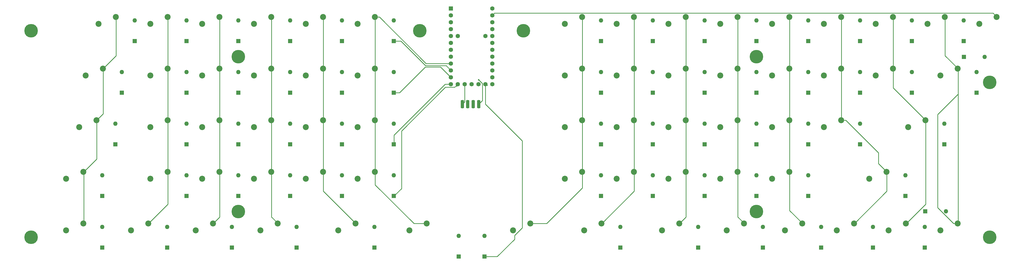
<source format=gbl>
G04 #@! TF.GenerationSoftware,KiCad,Pcbnew,7.0.5*
G04 #@! TF.CreationDate,2023-08-06T16:41:53+02:00*
G04 #@! TF.ProjectId,lumberjack,6c756d62-6572-46a6-9163-6b2e6b696361,1.7*
G04 #@! TF.SameCoordinates,Original*
G04 #@! TF.FileFunction,Copper,L2,Bot*
G04 #@! TF.FilePolarity,Positive*
%FSLAX46Y46*%
G04 Gerber Fmt 4.6, Leading zero omitted, Abs format (unit mm)*
G04 Created by KiCad (PCBNEW 7.0.5) date 2023-08-06 16:41:53*
%MOMM*%
%LPD*%
G01*
G04 APERTURE LIST*
G04 Aperture macros list*
%AMRoundRect*
0 Rectangle with rounded corners*
0 $1 Rounding radius*
0 $2 $3 $4 $5 $6 $7 $8 $9 X,Y pos of 4 corners*
0 Add a 4 corners polygon primitive as box body*
4,1,4,$2,$3,$4,$5,$6,$7,$8,$9,$2,$3,0*
0 Add four circle primitives for the rounded corners*
1,1,$1+$1,$2,$3*
1,1,$1+$1,$4,$5*
1,1,$1+$1,$6,$7*
1,1,$1+$1,$8,$9*
0 Add four rect primitives between the rounded corners*
20,1,$1+$1,$2,$3,$4,$5,0*
20,1,$1+$1,$4,$5,$6,$7,0*
20,1,$1+$1,$6,$7,$8,$9,0*
20,1,$1+$1,$8,$9,$2,$3,0*%
G04 Aperture macros list end*
G04 #@! TA.AperFunction,ComponentPad*
%ADD10C,2.200000*%
G04 #@! TD*
G04 #@! TA.AperFunction,WasherPad*
%ADD11C,5.000000*%
G04 #@! TD*
G04 #@! TA.AperFunction,ComponentPad*
%ADD12R,1.600000X1.600000*%
G04 #@! TD*
G04 #@! TA.AperFunction,ComponentPad*
%ADD13O,1.600000X1.600000*%
G04 #@! TD*
G04 #@! TA.AperFunction,ComponentPad*
%ADD14C,1.600000*%
G04 #@! TD*
G04 #@! TA.AperFunction,SMDPad,CuDef*
%ADD15RoundRect,0.312500X-0.312500X-1.187500X0.312500X-1.187500X0.312500X1.187500X-0.312500X1.187500X0*%
G04 #@! TD*
G04 #@! TA.AperFunction,ViaPad*
%ADD16C,0.600000*%
G04 #@! TD*
G04 #@! TA.AperFunction,Conductor*
%ADD17C,0.250000*%
G04 #@! TD*
G04 APERTURE END LIST*
D10*
X269240000Y-90170000D03*
X262890000Y-92710000D03*
X331152500Y-52070000D03*
X324802500Y-54610000D03*
X193040000Y-52070000D03*
X186690000Y-54610000D03*
X81121250Y-109220000D03*
X74771250Y-111760000D03*
X116840000Y-71120000D03*
X110490000Y-73660000D03*
X250190000Y-71120000D03*
X243840000Y-73660000D03*
X193040000Y-90170000D03*
X186690000Y-92710000D03*
X319246250Y-71120000D03*
X312896250Y-73660000D03*
X59690000Y-33020000D03*
X53340000Y-35560000D03*
X331152500Y-109220000D03*
X324802500Y-111760000D03*
D11*
X133350000Y-38100000D03*
D10*
X250190000Y-33020000D03*
X243840000Y-35560000D03*
X228758750Y-109220000D03*
X222408750Y-111760000D03*
D12*
X157162500Y-121410000D03*
D13*
X157162500Y-113790000D03*
D10*
X269240000Y-52070000D03*
X262890000Y-54610000D03*
D14*
X152400000Y-57805000D03*
D12*
X144780000Y-29865000D03*
D14*
X144780000Y-32405000D03*
X144780000Y-34945000D03*
X144780000Y-37485000D03*
X144780000Y-40025000D03*
X144780000Y-42565000D03*
X144780000Y-45105000D03*
X144780000Y-47645000D03*
X144780000Y-50185000D03*
X144780000Y-52725000D03*
X144780000Y-55265000D03*
X144780000Y-57805000D03*
X147320000Y-57805000D03*
X149860000Y-57805000D03*
X154940000Y-57805000D03*
X157480000Y-57805000D03*
X160020000Y-57805000D03*
X160020000Y-55265000D03*
X160020000Y-52725000D03*
X160020000Y-50185000D03*
X160020000Y-47645000D03*
X160020000Y-45105000D03*
X160020000Y-42565000D03*
X160020000Y-40025000D03*
X160020000Y-37485000D03*
X160020000Y-34945000D03*
X160020000Y-32405000D03*
X160020000Y-29865000D03*
X147320000Y-40025000D03*
X157480000Y-40025000D03*
D10*
X307340000Y-33020000D03*
X300990000Y-35560000D03*
D11*
X66675000Y-104775000D03*
D10*
X57308750Y-109220000D03*
X50958750Y-111760000D03*
X116840000Y-90170000D03*
X110490000Y-92710000D03*
X59690000Y-90170000D03*
X53340000Y-92710000D03*
D11*
X257175000Y-104775000D03*
D10*
X212090000Y-52070000D03*
X205740000Y-54610000D03*
D11*
X342900000Y-114300000D03*
D10*
X304958750Y-90170000D03*
X298608750Y-92710000D03*
X78740000Y-90170000D03*
X72390000Y-92710000D03*
X78740000Y-52070000D03*
X72390000Y-54610000D03*
X212090000Y-90170000D03*
X205740000Y-92710000D03*
X307340000Y-52070000D03*
X300990000Y-54610000D03*
X231140000Y-33020000D03*
X224790000Y-35560000D03*
X269240000Y-33020000D03*
X262890000Y-35560000D03*
X78740000Y-71120000D03*
X72390000Y-73660000D03*
X288290000Y-33020000D03*
X281940000Y-35560000D03*
D11*
X171450000Y-38100000D03*
D10*
X59690000Y-71120000D03*
X53340000Y-73660000D03*
X9683750Y-90170000D03*
X3333750Y-92710000D03*
X173990000Y-109220000D03*
X167640000Y-111760000D03*
X97790000Y-90170000D03*
X91440000Y-92710000D03*
X193040000Y-71120000D03*
X186690000Y-73660000D03*
X116840000Y-33020000D03*
X110490000Y-35560000D03*
X326390000Y-33020000D03*
X320040000Y-35560000D03*
X33496250Y-109220000D03*
X27146250Y-111760000D03*
X40640000Y-71120000D03*
X34290000Y-73660000D03*
D11*
X-9525000Y-38100000D03*
D10*
X40640000Y-33020000D03*
X34290000Y-35560000D03*
X97790000Y-71120000D03*
X91440000Y-73660000D03*
X288290000Y-71120000D03*
X281940000Y-73660000D03*
X252571250Y-109220000D03*
X246221250Y-111760000D03*
X14446250Y-71120000D03*
X8096250Y-73660000D03*
X293052500Y-109220000D03*
X286702500Y-111760000D03*
X97790000Y-52070000D03*
X91440000Y-54610000D03*
X21590000Y-33020000D03*
X15240000Y-35560000D03*
D11*
X66675000Y-47625000D03*
D10*
X231140000Y-71120000D03*
X224790000Y-73660000D03*
D12*
X147637500Y-121410000D03*
D13*
X147637500Y-113790000D03*
D10*
X200183750Y-109220000D03*
X193833750Y-111760000D03*
D11*
X257175000Y-47625000D03*
D10*
X109696250Y-109220000D03*
X103346250Y-111760000D03*
X274002500Y-109220000D03*
X267652500Y-111760000D03*
X40640000Y-52070000D03*
X34290000Y-54610000D03*
X9683750Y-109220000D03*
X3333750Y-111760000D03*
X345440000Y-33020000D03*
X339090000Y-35560000D03*
X231140000Y-90170000D03*
X224790000Y-92710000D03*
X40640000Y-90170000D03*
X34290000Y-92710000D03*
X212090000Y-33020000D03*
X205740000Y-35560000D03*
X288290000Y-52070000D03*
X281940000Y-54610000D03*
X97790000Y-33020000D03*
X91440000Y-35560000D03*
D11*
X-9525000Y-114300000D03*
D10*
X78740000Y-33020000D03*
X72390000Y-35560000D03*
X250190000Y-52070000D03*
X243840000Y-54610000D03*
X135890000Y-109220000D03*
X129540000Y-111760000D03*
X212090000Y-71120000D03*
X205740000Y-73660000D03*
D11*
X342900000Y-57150000D03*
D10*
X231140000Y-52070000D03*
X224790000Y-54610000D03*
X250190000Y-90170000D03*
X243840000Y-92710000D03*
X16827500Y-52070000D03*
X10477500Y-54610000D03*
X269240000Y-71120000D03*
X262890000Y-73660000D03*
D15*
X149000000Y-65225000D03*
X153000000Y-65225000D03*
X151000000Y-65225000D03*
X155000000Y-65225000D03*
D10*
X116840000Y-52070000D03*
X110490000Y-54610000D03*
X193040000Y-33020000D03*
X186690000Y-35560000D03*
X59690000Y-52070000D03*
X53340000Y-54610000D03*
X312102500Y-109220000D03*
X305752500Y-111760000D03*
D12*
X104730500Y-41929000D03*
D13*
X104730500Y-34309000D03*
D12*
X219030500Y-99079000D03*
D13*
X219030500Y-91459000D03*
D12*
X123780500Y-60979000D03*
D13*
X123780500Y-53359000D03*
D12*
X314280500Y-60979000D03*
D13*
X314280500Y-53359000D03*
D12*
X333330500Y-41929000D03*
D13*
X333330500Y-34309000D03*
D12*
X85680500Y-60979000D03*
D13*
X85680500Y-53359000D03*
D12*
X199980500Y-41929000D03*
D13*
X199980500Y-34309000D03*
D12*
X47580500Y-99079000D03*
D13*
X47580500Y-91459000D03*
D12*
X40436750Y-118129000D03*
D13*
X40436750Y-110509000D03*
D12*
X47580500Y-60979000D03*
D13*
X47580500Y-53359000D03*
D12*
X276180500Y-99079000D03*
D13*
X276180500Y-91459000D03*
D12*
X219030500Y-60979000D03*
D13*
X219030500Y-53359000D03*
D12*
X238080500Y-99079000D03*
D13*
X238080500Y-91459000D03*
D12*
X338093000Y-60979000D03*
D13*
X338093000Y-53359000D03*
D12*
X23768000Y-60979000D03*
D13*
X23768000Y-53359000D03*
D12*
X104730500Y-60979000D03*
D13*
X104730500Y-53359000D03*
D12*
X21386750Y-80029000D03*
D13*
X21386750Y-72409000D03*
D12*
X299993000Y-118129000D03*
D13*
X299993000Y-110509000D03*
D12*
X64249250Y-118129000D03*
D13*
X64249250Y-110509000D03*
D12*
X257130500Y-60979000D03*
D13*
X257130500Y-53359000D03*
D12*
X199980500Y-99079000D03*
D13*
X199980500Y-91459000D03*
D12*
X47580500Y-41929000D03*
D13*
X47580500Y-34309000D03*
D12*
X85680500Y-41929000D03*
D13*
X85680500Y-34309000D03*
D12*
X47580500Y-80029000D03*
D13*
X47580500Y-72409000D03*
D12*
X85680500Y-99079000D03*
D13*
X85680500Y-91459000D03*
D12*
X295230500Y-80029000D03*
D13*
X295230500Y-72409000D03*
D12*
X276180500Y-60979000D03*
D13*
X276180500Y-53359000D03*
D12*
X66630500Y-41929000D03*
D13*
X66630500Y-34309000D03*
D12*
X219030500Y-80029000D03*
D13*
X219030500Y-72409000D03*
D12*
X276180500Y-80029000D03*
D13*
X276180500Y-72409000D03*
D12*
X311899250Y-99079000D03*
D13*
X311899250Y-91459000D03*
D12*
X219030500Y-41929000D03*
D13*
X219030500Y-34309000D03*
D12*
X28530500Y-41929000D03*
D13*
X28530500Y-34309000D03*
D12*
X88061750Y-118129000D03*
D13*
X88061750Y-110509000D03*
D12*
X333440000Y-47750000D03*
D13*
X341060000Y-47750000D03*
D12*
X257130500Y-99079000D03*
D13*
X257130500Y-91459000D03*
X326810000Y-104750000D03*
D12*
X319190000Y-104750000D03*
X238080500Y-60979000D03*
D13*
X238080500Y-53359000D03*
D12*
X319043000Y-118129000D03*
D13*
X319043000Y-110509000D03*
D12*
X257130500Y-41929000D03*
D13*
X257130500Y-34309000D03*
D12*
X104730500Y-99079000D03*
D13*
X104730500Y-91459000D03*
D12*
X295230500Y-60979000D03*
D13*
X295230500Y-53359000D03*
D12*
X123780500Y-80029000D03*
D13*
X123780500Y-72409000D03*
D12*
X66630500Y-80029000D03*
D13*
X66630500Y-72409000D03*
D12*
X207124250Y-118129000D03*
D13*
X207124250Y-110509000D03*
D12*
X257130500Y-80029000D03*
D13*
X257130500Y-72409000D03*
D12*
X280943000Y-118129000D03*
D13*
X280943000Y-110509000D03*
D12*
X235699250Y-118129000D03*
D13*
X235699250Y-110509000D03*
D12*
X238080500Y-80029000D03*
D13*
X238080500Y-72409000D03*
D12*
X199980500Y-80029000D03*
D13*
X199980500Y-72409000D03*
D12*
X85680500Y-80029000D03*
D13*
X85680500Y-72409000D03*
D12*
X66630500Y-60979000D03*
D13*
X66630500Y-53359000D03*
D12*
X104730500Y-80029000D03*
D13*
X104730500Y-72409000D03*
D12*
X314280500Y-41929000D03*
D13*
X314280500Y-34309000D03*
D12*
X16624250Y-99079000D03*
D13*
X16624250Y-91459000D03*
D12*
X123780500Y-41929000D03*
D13*
X123780500Y-34309000D03*
D12*
X123780500Y-99079000D03*
D13*
X123780500Y-91459000D03*
D12*
X259511750Y-118129000D03*
D13*
X259511750Y-110509000D03*
D12*
X238080500Y-41929000D03*
D13*
X238080500Y-34309000D03*
D12*
X116636750Y-118129000D03*
D13*
X116636750Y-110509000D03*
D12*
X276180500Y-41929000D03*
D13*
X276180500Y-34309000D03*
D12*
X295230500Y-41929000D03*
D13*
X295230500Y-34309000D03*
D12*
X16624250Y-118129000D03*
D13*
X16624250Y-110509000D03*
D12*
X199980500Y-60979000D03*
D13*
X199980500Y-53359000D03*
D12*
X326186750Y-80029000D03*
D13*
X326186750Y-72409000D03*
D12*
X66630500Y-99079000D03*
D13*
X66630500Y-91459000D03*
D16*
X155067502Y-56247500D03*
D17*
X331280250Y-56750000D02*
X331280250Y-109220000D01*
X319374000Y-71120000D02*
X319374000Y-102076250D01*
X319374000Y-102076250D02*
X312230250Y-109220000D01*
X331152500Y-109220000D02*
X329596866Y-109220000D01*
X323750000Y-69000000D02*
X331280250Y-61469750D01*
X326517750Y-33020000D02*
X326517750Y-47307500D01*
X323750000Y-103373134D02*
X323750000Y-69000000D01*
X331280250Y-52070000D02*
X331280250Y-56750000D01*
X329596866Y-109220000D02*
X323750000Y-103373134D01*
X326517750Y-47307500D02*
X331280250Y-52070000D01*
X331280250Y-61469750D02*
X331280250Y-56750000D01*
X168201206Y-115048794D02*
X161840000Y-121410000D01*
X168201206Y-113623794D02*
X168201206Y-115048794D01*
X157480000Y-65218826D02*
X171000000Y-78738826D01*
X171000000Y-78738826D02*
X171000000Y-110825000D01*
X171000000Y-110825000D02*
X168201206Y-113623794D01*
X161840000Y-121410000D02*
X157162500Y-121410000D01*
X157480000Y-57805000D02*
X157480000Y-65218826D01*
X126627750Y-96359500D02*
X123908250Y-99079000D01*
X126627750Y-75127096D02*
X126627750Y-96359500D01*
X142792346Y-58962500D02*
X126627750Y-75127096D01*
X146162500Y-58962500D02*
X142792346Y-58962500D01*
X147320000Y-57805000D02*
X146162500Y-58962500D01*
X142695000Y-57805000D02*
X144780000Y-57805000D01*
X123908250Y-80029000D02*
X123908250Y-76591750D01*
X123908250Y-76591750D02*
X142695000Y-57805000D01*
X143052500Y-50997500D02*
X144780000Y-52725000D01*
X126429000Y-41929000D02*
X135497500Y-50997500D01*
X135497500Y-50997500D02*
X143052500Y-50997500D01*
X123908250Y-41929000D02*
X126429000Y-41929000D01*
X144780000Y-55265000D02*
X141015000Y-51500000D01*
X125921000Y-60979000D02*
X123908250Y-60979000D01*
X135400000Y-51500000D02*
X125921000Y-60979000D01*
X141015000Y-51500000D02*
X135400000Y-51500000D01*
X146803875Y-58603875D02*
X147627750Y-57780000D01*
X157812750Y-57805000D02*
X158253875Y-58246125D01*
X157480000Y-57805000D02*
X157812750Y-57805000D01*
X157787750Y-57780000D02*
X158253875Y-58246125D01*
X16955250Y-68738750D02*
X14574000Y-71120000D01*
X21717750Y-33020000D02*
X21717750Y-47307500D01*
X9811500Y-90170000D02*
X9811500Y-109220000D01*
X16955250Y-52070000D02*
X16955250Y-68738750D01*
X14574000Y-71120000D02*
X14574000Y-85407500D01*
X21717750Y-47307500D02*
X16955250Y-52070000D01*
X14574000Y-85407500D02*
X9811500Y-90170000D01*
X40767750Y-52070000D02*
X40767750Y-71120000D01*
X40767750Y-102076250D02*
X33624000Y-109220000D01*
X40767750Y-33020000D02*
X40767750Y-52070000D01*
X40767750Y-90170000D02*
X40767750Y-102076250D01*
X40767750Y-71120000D02*
X40767750Y-90170000D01*
X59817750Y-52070000D02*
X59817750Y-71120000D01*
X59817750Y-90170000D02*
X59817750Y-106838750D01*
X59817750Y-71120000D02*
X59817750Y-90170000D01*
X59817750Y-106838750D02*
X57436500Y-109220000D01*
X59817750Y-33020000D02*
X59817750Y-52070000D01*
X78867750Y-52070000D02*
X78867750Y-71120000D01*
X78867750Y-90170000D02*
X78867750Y-106838750D01*
X78867750Y-33020000D02*
X78867750Y-52070000D01*
X78867750Y-106838750D02*
X81249000Y-109220000D01*
X78867750Y-71120000D02*
X78867750Y-90170000D01*
X97917750Y-90170000D02*
X97917750Y-97313750D01*
X97917750Y-71120000D02*
X97917750Y-90170000D01*
X97917750Y-33020000D02*
X97917750Y-52070000D01*
X97917750Y-97313750D02*
X109824000Y-109220000D01*
X97917750Y-52070000D02*
X97917750Y-71120000D01*
X135663384Y-50160000D02*
X118523384Y-33020000D01*
X116967750Y-94967750D02*
X131220000Y-109220000D01*
X131220000Y-109220000D02*
X136017750Y-109220000D01*
X116967750Y-33020000D02*
X116967750Y-94967750D01*
X144780000Y-50185000D02*
X135688384Y-50185000D01*
X118523384Y-33020000D02*
X116967750Y-33020000D01*
X193167750Y-96068757D02*
X180016507Y-109220000D01*
X193167750Y-90170000D02*
X193167750Y-96068757D01*
X193167750Y-52070000D02*
X193167750Y-71120000D01*
X180016507Y-109220000D02*
X174117750Y-109220000D01*
X193167750Y-71120000D02*
X193167750Y-90170000D01*
X193167750Y-33020000D02*
X193167750Y-52070000D01*
X212217750Y-97313750D02*
X200311500Y-109220000D01*
X212217750Y-33020000D02*
X212217750Y-52070000D01*
X212217750Y-52070000D02*
X212217750Y-71120000D01*
X212217750Y-71120000D02*
X212217750Y-90170000D01*
X212217750Y-90170000D02*
X212217750Y-97313750D01*
X231267750Y-52070000D02*
X231267750Y-71120000D01*
X231267750Y-90170000D02*
X231267750Y-106838750D01*
X231267750Y-106838750D02*
X228886500Y-109220000D01*
X231267750Y-71120000D02*
X231267750Y-90170000D01*
X231267750Y-33020000D02*
X231267750Y-52070000D01*
X250317750Y-106838750D02*
X252699000Y-109220000D01*
X250317750Y-90170000D02*
X250317750Y-106838750D01*
X250317750Y-52070000D02*
X250317750Y-71120000D01*
X250317750Y-71120000D02*
X250317750Y-90170000D01*
X250317750Y-33020000D02*
X250317750Y-52070000D01*
X269367750Y-104457500D02*
X274130250Y-109220000D01*
X269367750Y-33020000D02*
X269367750Y-52070000D01*
X269367750Y-52070000D02*
X269367750Y-71120000D01*
X269367750Y-90170000D02*
X269367750Y-104457500D01*
X269367750Y-71120000D02*
X269367750Y-90170000D01*
X302000000Y-83146616D02*
X302000000Y-87083500D01*
X305086500Y-97313750D02*
X293180250Y-109220000D01*
X288417750Y-33020000D02*
X288417750Y-71120000D01*
X302000000Y-87083500D02*
X305086500Y-90170000D01*
X305086500Y-90170000D02*
X305086500Y-97313750D01*
X288417750Y-71120000D02*
X289973384Y-71120000D01*
X289973384Y-71120000D02*
X302000000Y-83146616D01*
X307467750Y-33020000D02*
X307467750Y-52070000D01*
X307467750Y-59213750D02*
X319374000Y-71120000D01*
X307467750Y-52070000D02*
X307467750Y-59213750D01*
X160020000Y-32405000D02*
X160830000Y-31595000D01*
X344142750Y-31595000D02*
X345567750Y-33020000D01*
X160830000Y-31595000D02*
X344142750Y-31595000D01*
X149860000Y-64365000D02*
X149000000Y-65225000D01*
X149860000Y-57805000D02*
X149860000Y-64365000D01*
X156355000Y-57534998D02*
X155067502Y-56247500D01*
X155000000Y-65225000D02*
X156355000Y-63870000D01*
X156355000Y-63870000D02*
X156355000Y-57534998D01*
M02*

</source>
